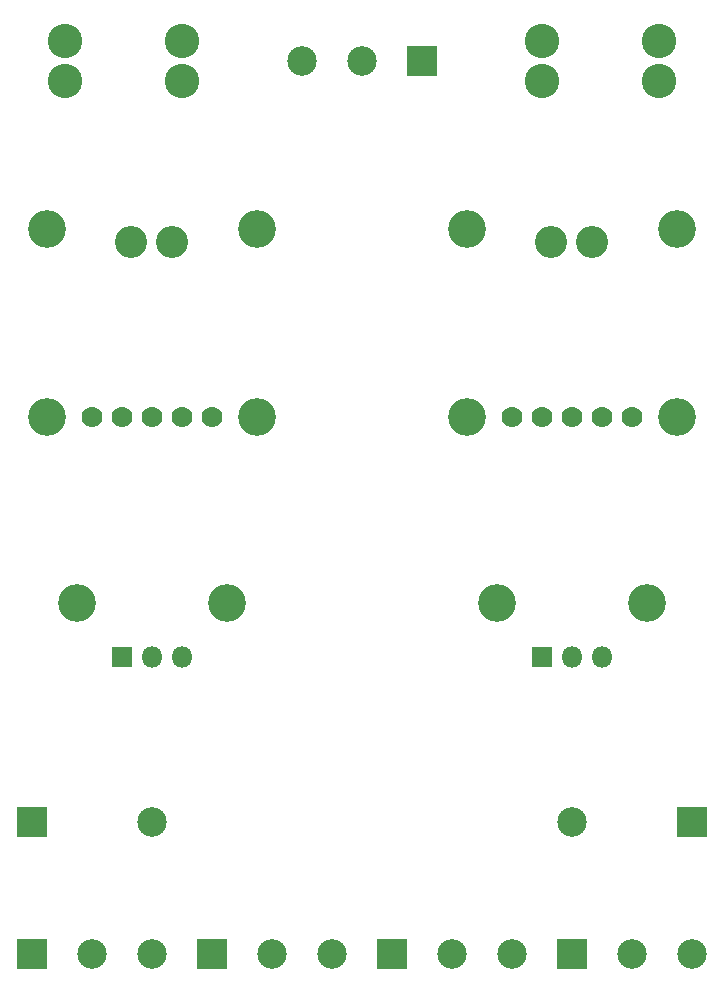
<source format=gbs>
G04 #@! TF.FileFunction,Soldermask,Bot*
%FSLAX46Y46*%
G04 Gerber Fmt 4.6, Leading zero omitted, Abs format (unit mm)*
G04 Created by KiCad (PCBNEW 4.0.6) date 06/26/17 08:49:49*
%MOMM*%
%LPD*%
G01*
G04 APERTURE LIST*
%ADD10C,0.100000*%
%ADD11R,2.500000X2.500000*%
%ADD12C,2.500000*%
%ADD13R,1.800000X1.800000*%
%ADD14O,1.800000X1.800000*%
%ADD15C,2.921000*%
%ADD16C,3.200000*%
%ADD17C,3.200400*%
%ADD18C,1.778000*%
%ADD19C,2.717800*%
G04 APERTURE END LIST*
D10*
D11*
X132080000Y-132300000D03*
D12*
X137160000Y-132300000D03*
X142240000Y-132300000D03*
D11*
X147320000Y-132300000D03*
D12*
X152400000Y-132300000D03*
X157480000Y-132300000D03*
D11*
X149860000Y-56700000D03*
D12*
X144780000Y-56700000D03*
X139700000Y-56700000D03*
D11*
X116840000Y-132300000D03*
D12*
X121920000Y-132300000D03*
X127000000Y-132300000D03*
D11*
X162560000Y-132300000D03*
D12*
X167640000Y-132300000D03*
X172720000Y-132300000D03*
D13*
X124460000Y-107200000D03*
D14*
X127000000Y-107200000D03*
X129540000Y-107200000D03*
D13*
X160020000Y-107200000D03*
D14*
X162560000Y-107200000D03*
X165100000Y-107200000D03*
D15*
X129540000Y-55000000D03*
X119634000Y-55000000D03*
X129540000Y-58403600D03*
X119634000Y-58403600D03*
X160020000Y-58400000D03*
X169926000Y-58400000D03*
X160020000Y-54996400D03*
X169926000Y-54996400D03*
D16*
X120650000Y-102600000D03*
X133350000Y-102600000D03*
X156210000Y-102600000D03*
X168910000Y-102600000D03*
D11*
X116840000Y-121170000D03*
D12*
X127000000Y-121170000D03*
D11*
X172720000Y-121170000D03*
D12*
X162560000Y-121170000D03*
D17*
X135890000Y-86880000D03*
X135890000Y-70979600D03*
X118110000Y-70979600D03*
D18*
X121920000Y-86880000D03*
X124460000Y-86880000D03*
X127000000Y-86880000D03*
X129540000Y-86880000D03*
X132080000Y-86880000D03*
D19*
X128727200Y-72046400D03*
X125222000Y-72046400D03*
D17*
X118110000Y-86880000D03*
X171450000Y-86880000D03*
X171450000Y-70979600D03*
X153670000Y-70979600D03*
D18*
X157480000Y-86880000D03*
X160020000Y-86880000D03*
X162560000Y-86880000D03*
X165100000Y-86880000D03*
X167640000Y-86880000D03*
D19*
X164287200Y-72046400D03*
X160782000Y-72046400D03*
D17*
X153670000Y-86880000D03*
M02*

</source>
